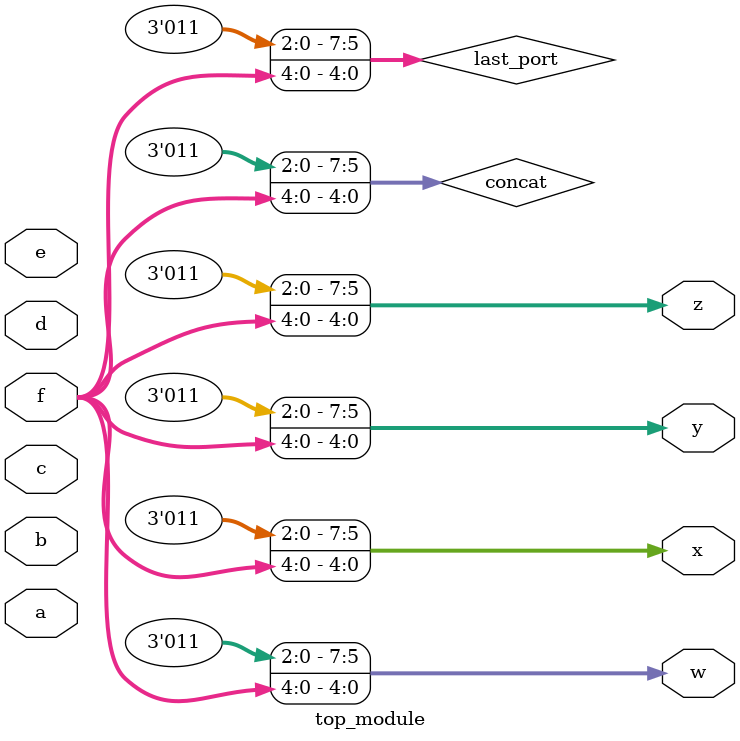
<source format=sv>
module top_module (
	input [4:0] a,
	input [4:0] b,
	input [4:0] c,
	input [4:0] d,
	input [4:0] e,
	input [4:0] f,
	output [7:0] w,
	output [7:0] x,
	output [7:0] y,
	output [7:0] z
);
	
	wire [7:0] concat;
	wire [7:0] last_port;
	assign last_port = {2'b11, f};
	assign concat = {a, b, c, d, e, last_port};
	
	assign w = concat;
	assign x = concat;
	assign y = concat;
	assign z = concat;
	
endmodule

</source>
